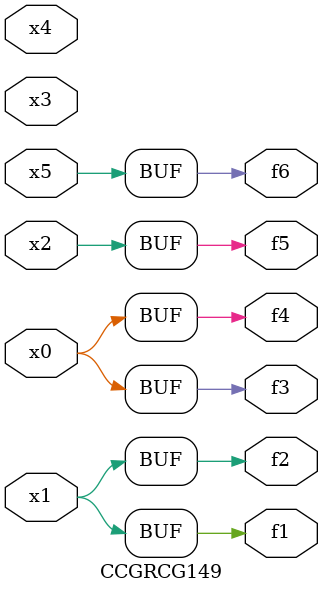
<source format=v>
module CCGRCG149(
	input x0, x1, x2, x3, x4, x5,
	output f1, f2, f3, f4, f5, f6
);
	assign f1 = x1;
	assign f2 = x1;
	assign f3 = x0;
	assign f4 = x0;
	assign f5 = x2;
	assign f6 = x5;
endmodule

</source>
